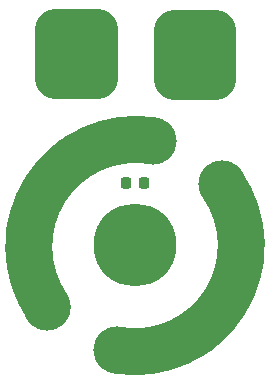
<source format=gbr>
%TF.GenerationSoftware,KiCad,Pcbnew,(6.0.0)*%
%TF.CreationDate,2022-08-20T16:14:09+12:00*%
%TF.ProjectId,MOTOR_TERMINAL_BREAKOUT_25,4d4f544f-525f-4544-9552-4d494e414c5f,0A*%
%TF.SameCoordinates,Original*%
%TF.FileFunction,Soldermask,Top*%
%TF.FilePolarity,Negative*%
%FSLAX46Y46*%
G04 Gerber Fmt 4.6, Leading zero omitted, Abs format (unit mm)*
G04 Created by KiCad (PCBNEW (6.0.0)) date 2022-08-20 16:14:09*
%MOMM*%
%LPD*%
G01*
G04 APERTURE LIST*
G04 Aperture macros list*
%AMRoundRect*
0 Rectangle with rounded corners*
0 $1 Rounding radius*
0 $2 $3 $4 $5 $6 $7 $8 $9 X,Y pos of 4 corners*
0 Add a 4 corners polygon primitive as box body*
4,1,4,$2,$3,$4,$5,$6,$7,$8,$9,$2,$3,0*
0 Add four circle primitives for the rounded corners*
1,1,$1+$1,$2,$3*
1,1,$1+$1,$4,$5*
1,1,$1+$1,$6,$7*
1,1,$1+$1,$8,$9*
0 Add four rect primitives between the rounded corners*
20,1,$1+$1,$2,$3,$4,$5,0*
20,1,$1+$1,$4,$5,$6,$7,0*
20,1,$1+$1,$6,$7,$8,$9,0*
20,1,$1+$1,$8,$9,$2,$3,0*%
G04 Aperture macros list end*
%ADD10C,3.500000*%
%ADD11C,4.000000*%
%ADD12C,4.000000*%
%ADD13C,3.600000*%
%ADD14C,5.700000*%
%ADD15C,7.000000*%
%ADD16RoundRect,0.225000X-0.225000X-0.250000X0.225000X-0.250000X0.225000X0.250000X-0.225000X0.250000X0*%
G04 APERTURE END LIST*
D10*
X213250000Y-131690000D02*
X216770000Y-131690000D01*
X216770000Y-131690000D02*
X216770000Y-135850000D01*
X216770000Y-135850000D02*
X213250000Y-135850000D01*
X213250000Y-135850000D02*
X213250000Y-131690000D01*
D11*
X218500000Y-158870001D02*
G75*
G03*
X227340000Y-144790000I1484466J8883049D01*
G01*
D10*
X223250000Y-131730000D02*
X226770000Y-131730000D01*
X226770000Y-131730000D02*
X226770000Y-135890000D01*
X226770000Y-135890000D02*
X223250000Y-135890000D01*
X223250000Y-135890000D02*
X223250000Y-131730000D01*
D11*
X221500000Y-141130001D02*
G75*
G03*
X212570000Y-155210000I-1430428J-8964625D01*
G01*
D12*
%TO.C,H7*%
X214790000Y-142660000D03*
%TD*%
%TO.C,H8*%
X218500000Y-158870000D03*
%TD*%
%TO.C,H5*%
X221500000Y-141130000D03*
%TD*%
%TO.C,H4*%
X228870000Y-151500000D03*
%TD*%
D13*
%TO.C,H1*%
X225000000Y-133500000D03*
D14*
X225000000Y-133500000D03*
%TD*%
D15*
%TO.C,H13*%
X220000000Y-150000000D03*
%TD*%
D12*
%TO.C,H9*%
X211130000Y-148500000D03*
%TD*%
%TO.C,H3*%
X212570000Y-155210000D03*
%TD*%
D13*
%TO.C,H2*%
X215000000Y-133500000D03*
D14*
X215000000Y-133500000D03*
%TD*%
D16*
%TO.C,C1*%
X219225000Y-144700000D03*
X220775000Y-144700000D03*
%TD*%
D12*
%TO.C,H10*%
X227340000Y-144790000D03*
%TD*%
%TO.C,H6*%
X225210000Y-157340000D03*
%TD*%
M02*

</source>
